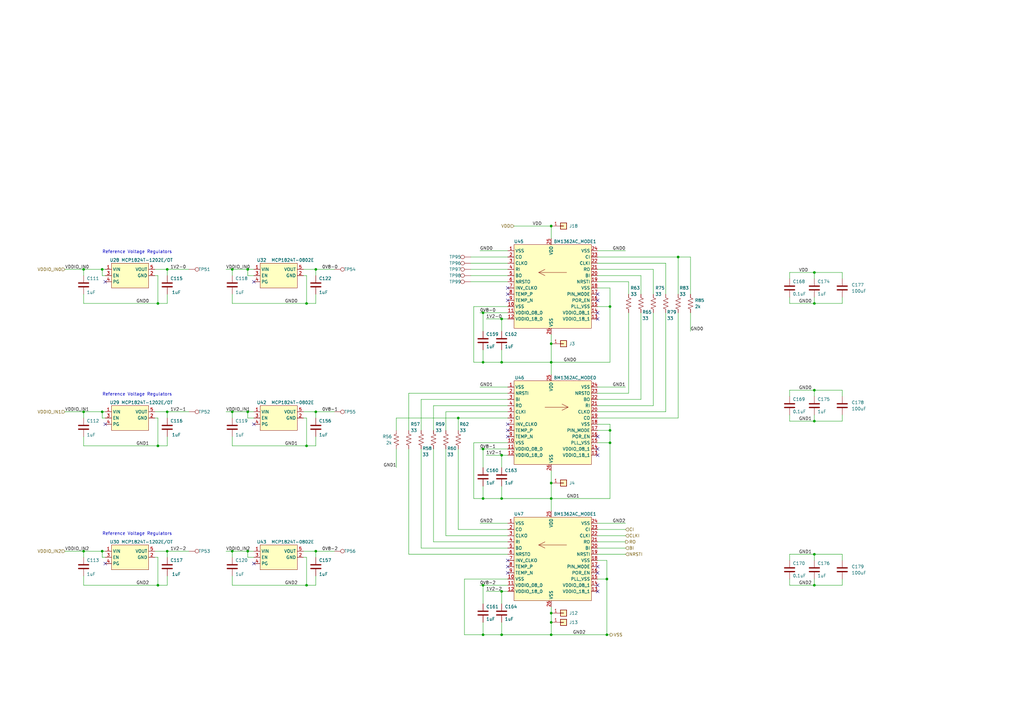
<source format=kicad_sch>
(kicad_sch (version 20231120) (generator "eeschema") (generator_version "8.0")
  (paper "A3")
  (title_block (date "2024-11-25") (rev "2"))
  (lib_symbols
    (symbol "Connector:TestPoint" (pin_numbers hide) (pin_names (offset 0.762) hide)
      (property "Reference" "TP" (at 0 6.858 0))
      (property "Value" "TestPoint" (at 0 5.08 0))
      (symbol "TestPoint_0_1"
        (circle (center 0 3.302) (radius 0.762))
      )
      (symbol "TestPoint_1_1"
        (pin passive line (at 0 0 90) (length 2.54) (name "1") (number "1"))
      )
    )
    (symbol "Connector_Generic:Conn_01x01" (pin_names (offset 1.016) hide)
      (property "Reference" "J" (at 0 2.54 0))
      (property "Value" "Conn_01x01" (at 0 -2.54 0))
      (symbol "Conn_01x01_1_1"
        (rectangle (start -1.27 0.127) (end 0 -0.127) (stroke (width 0.1524)))
        (rectangle (start -1.27 1.27) (end 1.27 -1.27) (stroke (width 0.254)) (fill (type background)))
        (pin passive line (at -5.08 0 0) (length 3.81) (name "Pin_1") (number "1"))
      )
    )
    (symbol "Device:C" (pin_numbers hide) (pin_names (offset 0.254))
      (property "Reference" "C" (at 0.635 2.54 0))
      (property "Value" "C" (at 0.635 -2.54 0))
      (symbol "C_0_1"
        (polyline (pts (xy -2.032 -0.762) (xy 2.032 -0.762)) (stroke (width 0.508)))
        (polyline (pts (xy -2.032 0.762) (xy 2.032 0.762)) (stroke (width 0.508)))
      )
      (symbol "C_1_1"
        (pin passive line (at 0 3.81 270) (length 2.794) (name "~") (number "1"))
        (pin passive line (at 0 -3.81 90) (length 2.794) (name "~") (number "2"))
      )
    )
    (symbol "Device:R_US" (pin_numbers hide) (pin_names (offset 0))
      (property "Reference" "R" (at 2.54 0 90))
      (property "Value" "R_US" (at -2.54 0 90))
      (symbol "R_US_0_1"
        (polyline (pts (xy 0 -2.286) (xy 0 -2.54)))
        (polyline (pts (xy 0 2.286) (xy 0 2.54)))
        (polyline (pts (xy 0 -0.762) (xy 1.016 -1.143) (xy 0 -1.524) (xy -1.016 -1.905) (xy 0 -2.286)))
        (polyline (pts (xy 0 0.762) (xy 1.016 0.381) (xy 0 0) (xy -1.016 -0.381) (xy 0 -0.762)))
        (polyline (pts (xy 0 2.286) (xy 1.016 1.905) (xy 0 1.524) (xy -1.016 1.143) (xy 0 0.762)))
      )
      (symbol "R_US_1_1"
        (pin passive line (at 0 3.81 270) (length 1.27) (name "~") (number "1"))
        (pin passive line (at 0 -3.81 90) (length 1.27) (name "~") (number "2"))
      )
    )
    (symbol "MCP1824_1"
      (property "Reference" "U" (at -7.62 5.08 0))
      (property "Value" "MCP1824_1" (at 5.08 5.08 0))
      (symbol "MCP1824_1_0_1"
        (rectangle (start -7.62 3.81) (end 7.62 -6.35) (stroke (width 0.1524)) (fill (type background)))
      )
      (symbol "MCP1824_1_1_0"
        (pin bidirectional line (at -10.16 1.27 0) (length 2.54) (name "VIN") (number "1"))
        (pin bidirectional line (at 10.16 -1.27 180) (length 2.54) (name "GND") (number "2"))
        (pin bidirectional line (at -10.16 -1.27 0) (length 2.54) (name "EN") (number "3"))
        (pin bidirectional line (at -10.16 -3.81 0) (length 2.54) (name "PG") (number "4"))
        (pin bidirectional line (at 10.16 1.27 180) (length 2.54) (name "VOUT") (number "5"))
      )
    )
    (symbol "bitaxe:MCP1824"
      (property "Reference" "U" (at -7.62 5.08 0))
      (property "Value" "MCP1824" (at 5.08 5.08 0))
      (symbol "MCP1824_0_1"
        (rectangle (start -7.62 3.81) (end 7.62 -6.35) (stroke (width 0.1524)) (fill (type background)))
      )
      (symbol "MCP1824_1_0"
        (pin bidirectional line (at -10.16 1.27 0) (length 2.54) (name "VIN") (number "1"))
        (pin bidirectional line (at 10.16 -1.27 180) (length 2.54) (name "GND") (number "2"))
        (pin bidirectional line (at -10.16 -1.27 0) (length 2.54) (name "EN") (number "3"))
        (pin bidirectional line (at -10.16 -3.81 0) (length 2.54) (name "PG") (number "4"))
        (pin bidirectional line (at 10.16 1.27 180) (length 2.54) (name "VOUT") (number "5"))
      )
    )
    (symbol "emberone:BM1362AC_MODE0"
      (property "Reference" "U" (at -14.732 17.78 0))
      (property "Value" "BM1362AC_MODE0" (at 9.652 17.526 0))
      (symbol "BM1362AC_MODE0_0_1"
        (polyline (pts (xy -5.08 5.08) (xy -2.54 3.81)))
        (polyline (pts (xy -5.08 5.08) (xy -2.54 6.35)))
        (polyline (pts (xy 6.35 5.08) (xy -5.08 5.08)))
      )
      (symbol "BM1362AC_MODE0_1_0"
        (pin unspecified line (at -17.78 -8.89 0) (length 2.54) (name "VSS") (number "10"))
        (pin power_in line (at -17.78 -11.43 0) (length 2.54) (name "VDDIO_08_0") (number "11"))
        (pin power_in line (at -17.78 -13.97 0) (length 2.54) (name "VDDIO_18_0") (number "12"))
        (pin power_in line (at 19.05 -13.97 180) (length 2.54) (name "VDDIO_18_1") (number "13"))
        (pin power_in line (at 19.05 -11.43 180) (length 2.54) (name "VDDIO_08_1") (number "14"))
        (pin bidirectional line (at 19.05 -8.89 180) (length 2.54) (name "PLL_VSS") (number "15"))
        (pin bidirectional line (at 19.05 -6.35 180) (length 2.54) (name "POR_EN") (number "16"))
        (pin unspecified line (at 19.05 -3.81 180) (length 2.54) (name "PIN_MODE") (number "17"))
        (pin unspecified line (at 19.05 -1.27 180) (length 2.54) (name "VSS") (number "18"))
        (pin input line (at 19.05 1.27 180) (length 2.54) (name "NRSTI") (number "19"))
        (pin output line (at -17.78 11.43 0) (length 2.54) (name "CO") (number "2"))
        (pin input line (at 19.05 3.81 180) (length 2.54) (name "BI") (number "20"))
        (pin output line (at 19.05 6.35 180) (length 2.54) (name "RO") (number "21"))
        (pin input line (at 19.05 8.89 180) (length 2.54) (name "CLKI") (number "22"))
        (pin input line (at 19.05 11.43 180) (length 2.54) (name "CI") (number "23"))
        (pin unspecified line (at 19.05 13.97 180) (length 2.54) (name "VSS") (number "24"))
        (pin power_in line (at 0 19.05 270) (length 2.54) (name "VDD") (number "25"))
        (pin unspecified line (at 0 -20.32 90) (length 2.54) (name "VSS") (number "26"))
        (pin output line (at -17.78 8.89 0) (length 2.54) (name "CLKO") (number "3"))
        (pin input line (at -17.78 6.35 0) (length 2.54) (name "RI") (number "4"))
        (pin output line (at -17.78 3.81 0) (length 2.54) (name "BO") (number "5"))
        (pin output line (at -17.78 1.27 0) (length 2.54) (name "NRSTO") (number "6"))
        (pin output line (at -17.78 -1.27 0) (length 2.54) (name "INV_CLKO") (number "7"))
        (pin bidirectional line (at -17.78 -3.81 0) (length 2.54) (name "TEMP_P") (number "8"))
        (pin bidirectional line (at -17.78 -6.35 0) (length 2.54) (name "TEMP_N") (number "9"))
      )
      (symbol "BM1362AC_MODE0_1_1"
        (rectangle (start -15.24 16.51) (end 16.51 -17.78) (fill (type background)))
        (pin unspecified line (at -17.78 13.97 0) (length 2.54) (name "VSS") (number "1"))
      )
    )
    (symbol "emberone:BM1362AC_MODE1"
      (property "Reference" "U" (at -14.732 17.78 0))
      (property "Value" "BM1362AC_MODE1" (at 10.414 17.526 0))
      (symbol "BM1362AC_MODE1_0_1"
        (polyline (pts (xy 6.985 5.715) (xy 4.445 4.445)))
        (polyline (pts (xy -2.54 5.715) (xy 6.985 5.715) (xy 4.445 6.985)))
      )
      (symbol "BM1362AC_MODE1_1_0"
        (pin unspecified line (at -17.78 -8.89 0) (length 2.54) (name "VSS") (number "10"))
        (pin power_in line (at -17.78 -11.43 0) (length 2.54) (name "VDDIO_08_0") (number "11"))
        (pin power_in line (at -17.78 -13.97 0) (length 2.54) (name "VDDIO_18_0") (number "12"))
        (pin power_in line (at 19.05 -13.97 180) (length 2.54) (name "VDDIO_18_1") (number "13"))
        (pin power_in line (at 19.05 -11.43 180) (length 2.54) (name "VDDIO_08_1") (number "14"))
        (pin bidirectional line (at 19.05 -8.89 180) (length 2.54) (name "PLL_VSS") (number "15"))
        (pin bidirectional line (at 19.05 -6.35 180) (length 2.54) (name "POR_EN") (number "16"))
        (pin unspecified line (at 19.05 -3.81 180) (length 2.54) (name "PIN_MODE") (number "17"))
        (pin unspecified line (at 19.05 -1.27 180) (length 2.54) (name "VSS") (number "18"))
        (pin output line (at 19.05 1.27 180) (length 2.54) (name "CO") (number "19"))
        (pin input line (at -17.78 11.43 0) (length 2.54) (name "NRSTI") (number "2"))
        (pin output line (at 19.05 3.81 180) (length 2.54) (name "CLKO") (number "20"))
        (pin input line (at 19.05 6.35 180) (length 2.54) (name "RI") (number "21"))
        (pin output line (at 19.05 8.89 180) (length 2.54) (name "BO") (number "22"))
        (pin output line (at 19.05 11.43 180) (length 2.54) (name "NRSTO") (number "23"))
        (pin unspecified line (at 19.05 13.97 180) (length 2.54) (name "VSS") (number "24"))
        (pin power_in line (at 0 19.05 270) (length 2.54) (name "VDD") (number "25"))
        (pin unspecified line (at 0 -20.32 90) (length 2.54) (name "VSS") (number "26"))
        (pin input line (at -17.78 8.89 0) (length 2.54) (name "BI") (number "3"))
        (pin output line (at -17.78 6.35 0) (length 2.54) (name "RO") (number "4"))
        (pin input line (at -17.78 3.81 0) (length 2.54) (name "CLKI") (number "5"))
        (pin input line (at -17.78 1.27 0) (length 2.54) (name "CI") (number "6"))
        (pin output line (at -17.78 -1.27 0) (length 2.54) (name "INV_CLKO") (number "7"))
        (pin bidirectional line (at -17.78 -3.81 0) (length 2.54) (name "TEMP_P") (number "8"))
        (pin bidirectional line (at -17.78 -6.35 0) (length 2.54) (name "TEMP_N") (number "9"))
      )
      (symbol "BM1362AC_MODE1_1_1"
        (rectangle (start -15.24 16.51) (end 16.51 -17.78) (fill (type background)))
        (pin unspecified line (at -17.78 13.97 0) (length 2.54) (name "VSS") (number "1"))
      )
    )
  )
  (junction (at 34.29 226.06) (diameter 0.9144))
  (junction (at 198.12 240.03))
  (junction (at 198.12 128.27))
  (junction (at 95.25 168.91) (diameter 0.9144))
  (junction (at 205.74 130.81))
  (junction (at 250.19 176.53))
  (junction (at 95.25 226.06) (diameter 0.9144))
  (junction (at 250.19 181.61))
  (junction (at 278.13 105.41))
  (junction (at 248.92 260.35))
  (junction (at 34.29 168.91) (diameter 0.9144))
  (junction (at 64.77 240.03) (diameter 0.9144))
  (junction (at 226.06 204.47))
  (junction (at 41.91 168.91))
  (junction (at 226.06 92.71))
  (junction (at 248.92 237.49))
  (junction (at 205.74 242.57))
  (junction (at 226.06 251.46))
  (junction (at 205.74 204.47))
  (junction (at 205.74 260.35))
  (junction (at 95.25 110.49) (diameter 0.9144))
  (junction (at 334.01 111.76))
  (junction (at 334.01 172.72))
  (junction (at 198.12 260.35))
  (junction (at 125.73 182.88) (diameter 0.9144))
  (junction (at 205.74 186.69))
  (junction (at 226.06 260.35))
  (junction (at 41.91 110.49))
  (junction (at 250.19 125.73))
  (junction (at 198.12 204.47))
  (junction (at 101.6 168.91))
  (junction (at 226.06 255.27))
  (junction (at 226.06 140.97))
  (junction (at 334.01 227.33))
  (junction (at 68.58 168.91) (diameter 0.9144))
  (junction (at 101.6 110.49))
  (junction (at 198.12 184.15))
  (junction (at 101.6 226.06))
  (junction (at 226.06 198.12))
  (junction (at 125.73 240.03) (diameter 0.9144))
  (junction (at 129.54 110.49) (diameter 0.9144))
  (junction (at 187.96 171.45))
  (junction (at 198.12 148.59))
  (junction (at 68.58 110.49) (diameter 0.9144))
  (junction (at 334.01 240.03))
  (junction (at 334.01 124.46))
  (junction (at 129.54 168.91) (diameter 0.9144))
  (junction (at 64.77 182.88) (diameter 0.9144))
  (junction (at 334.01 160.02))
  (junction (at 129.54 226.06) (diameter 0.9144))
  (junction (at 41.91 226.06))
  (junction (at 34.29 110.49) (diameter 0.9144))
  (junction (at 125.73 124.46) (diameter 0.9144))
  (junction (at 205.74 148.59))
  (junction (at 226.06 148.59))
  (junction (at 68.58 226.06) (diameter 0.9144))
  (junction (at 64.77 124.46) (diameter 0.9144))
  (no_connect (at 208.28 123.19))
  (no_connect (at 104.14 231.14))
  (no_connect (at 208.28 234.95))
  (no_connect (at 245.11 234.95))
  (no_connect (at 104.14 173.99))
  (no_connect (at 104.14 115.57))
  (no_connect (at 245.11 242.57))
  (no_connect (at 245.11 130.81))
  (no_connect (at 208.28 229.87))
  (no_connect (at 43.18 173.99))
  (no_connect (at 245.11 186.69))
  (no_connect (at 208.28 232.41))
  (no_connect (at 208.28 173.99))
  (no_connect (at 245.11 240.03))
  (no_connect (at 208.28 120.65))
  (no_connect (at 245.11 123.19))
  (no_connect (at 245.11 232.41))
  (no_connect (at 245.11 128.27))
  (no_connect (at 245.11 179.07))
  (no_connect (at 43.18 115.57))
  (no_connect (at 208.28 176.53))
  (no_connect (at 245.11 120.65))
  (no_connect (at 208.28 179.07))
  (no_connect (at 43.18 231.14))
  (no_connect (at 208.28 118.11))
  (no_connect (at 245.11 184.15))
  (wire (pts (xy 101.6 228.6) (xy 101.6 226.06)))
  (wire (pts (xy 257.81 115.57) (xy 257.81 120.65)))
  (wire (pts (xy 41.91 226.06) (xy 43.18 226.06)))
  (wire (pts (xy 198.12 255.27) (xy 198.12 260.35)))
  (wire (pts (xy 187.96 171.45) (xy 208.28 171.45)))
  (wire (pts (xy 345.44 162.56) (xy 345.44 160.02)))
  (wire (pts (xy 226.06 140.97) (xy 226.06 148.59)))
  (wire (pts (xy 68.58 168.91) (xy 77.47 168.91)))
  (wire (pts (xy 182.88 219.71) (xy 208.28 219.71)))
  (wire (pts (xy 267.97 128.27) (xy 267.97 166.37)))
  (wire (pts (xy 196.85 102.87) (xy 208.28 102.87)))
  (wire (pts (xy 34.29 179.07) (xy 34.29 182.88)))
  (wire (pts (xy 68.58 120.65) (xy 68.58 124.46)))
  (wire (pts (xy 193.04 110.49) (xy 208.28 110.49)))
  (wire (pts (xy 68.58 226.06) (xy 68.58 228.6)))
  (wire (pts (xy 68.58 110.49) (xy 68.58 113.03)))
  (wire (pts (xy 63.5 226.06) (xy 68.58 226.06)))
  (wire (pts (xy 250.19 118.11) (xy 245.11 118.11)))
  (wire (pts (xy 125.73 124.46) (xy 95.25 124.46)))
  (wire (pts (xy 129.54 110.49) (xy 137.16 110.49)))
  (wire (pts (xy 101.6 110.49) (xy 104.14 110.49)))
  (wire (pts (xy 323.85 170.18) (xy 323.85 172.72)))
  (wire (pts (xy 193.04 107.95) (xy 208.28 107.95)))
  (wire (pts (xy 248.92 260.35) (xy 226.06 260.35)))
  (wire (pts (xy 278.13 105.41) (xy 278.13 120.65)))
  (wire (pts (xy 345.44 121.92) (xy 345.44 124.46)))
  (wire (pts (xy 162.56 184.15) (xy 162.56 191.77)))
  (wire (pts (xy 250.19 148.59) (xy 250.19 125.73)))
  (wire (pts (xy 198.12 260.35) (xy 205.74 260.35)))
  (wire (pts (xy 208.28 168.91) (xy 182.88 168.91)))
  (wire (pts (xy 199.39 186.69) (xy 205.74 186.69)))
  (wire (pts (xy 190.5 260.35) (xy 198.12 260.35)))
  (wire (pts (xy 198.12 128.27) (xy 198.12 135.89)))
  (wire (pts (xy 205.74 242.57) (xy 205.74 247.65)))
  (wire (pts (xy 101.6 226.06) (xy 104.14 226.06)))
  (wire (pts (xy 125.73 113.03) (xy 124.46 113.03)))
  (wire (pts (xy 68.58 236.22) (xy 68.58 240.03)))
  (wire (pts (xy 226.06 251.46) (xy 226.06 255.27)))
  (wire (pts (xy 250.19 176.53) (xy 250.19 173.99)))
  (wire (pts (xy 283.21 105.41) (xy 278.13 105.41)))
  (wire (pts (xy 41.91 228.6) (xy 43.18 228.6)))
  (wire (pts (xy 187.96 217.17) (xy 187.96 184.15)))
  (wire (pts (xy 124.46 226.06) (xy 129.54 226.06)))
  (wire (pts (xy 95.25 110.49) (xy 101.6 110.49)))
  (wire (pts (xy 193.04 105.41) (xy 208.28 105.41)))
  (wire (pts (xy 334.01 124.46) (xy 323.85 124.46)))
  (wire (pts (xy 334.01 240.03) (xy 345.44 240.03)))
  (wire (pts (xy 262.89 113.03) (xy 262.89 120.65)))
  (wire (pts (xy 172.72 163.83) (xy 208.28 163.83)))
  (wire (pts (xy 334.01 111.76) (xy 345.44 111.76)))
  (wire (pts (xy 256.54 222.25) (xy 245.11 222.25)))
  (wire (pts (xy 41.91 171.45) (xy 41.91 168.91)))
  (wire (pts (xy 129.54 226.06) (xy 137.16 226.06)))
  (wire (pts (xy 95.25 168.91) (xy 95.25 171.45)))
  (wire (pts (xy 245.11 110.49) (xy 267.97 110.49)))
  (wire (pts (xy 345.44 114.3) (xy 345.44 111.76)))
  (wire (pts (xy 194.31 148.59) (xy 198.12 148.59)))
  (wire (pts (xy 196.85 128.27) (xy 198.12 128.27)))
  (wire (pts (xy 283.21 105.41) (xy 283.21 120.65)))
  (wire (pts (xy 226.06 148.59) (xy 250.19 148.59)))
  (wire (pts (xy 323.85 111.76) (xy 334.01 111.76)))
  (wire (pts (xy 129.54 226.06) (xy 129.54 228.6)))
  (wire (pts (xy 34.29 182.88) (xy 64.77 182.88)))
  (wire (pts (xy 334.01 227.33) (xy 345.44 227.33)))
  (wire (pts (xy 273.05 128.27) (xy 273.05 168.91)))
  (wire (pts (xy 198.12 128.27) (xy 208.28 128.27)))
  (wire (pts (xy 63.5 168.91) (xy 68.58 168.91)))
  (wire (pts (xy 226.06 198.12) (xy 226.06 204.47)))
  (wire (pts (xy 187.96 176.53) (xy 187.96 171.45)))
  (wire (pts (xy 95.25 226.06) (xy 101.6 226.06)))
  (wire (pts (xy 334.01 237.49) (xy 334.01 240.03)))
  (wire (pts (xy 245.11 107.95) (xy 273.05 107.95)))
  (wire (pts (xy 196.85 158.75) (xy 208.28 158.75)))
  (wire (pts (xy 196.85 214.63) (xy 208.28 214.63)))
  (wire (pts (xy 323.85 229.87) (xy 323.85 227.33)))
  (wire (pts (xy 226.06 148.59) (xy 226.06 153.67)))
  (wire (pts (xy 245.11 171.45) (xy 278.13 171.45)))
  (wire (pts (xy 64.77 171.45) (xy 63.5 171.45)))
  (wire (pts (xy 64.77 171.45) (xy 64.77 182.88)))
  (wire (pts (xy 205.74 255.27) (xy 205.74 260.35)))
  (wire (pts (xy 208.28 161.29) (xy 167.64 161.29)))
  (wire (pts (xy 125.73 113.03) (xy 125.73 124.46)))
  (wire (pts (xy 129.54 120.65) (xy 129.54 124.46)))
  (wire (pts (xy 34.29 236.22) (xy 34.29 240.03)))
  (wire (pts (xy 92.71 110.49) (xy 95.25 110.49)))
  (wire (pts (xy 345.44 170.18) (xy 345.44 172.72)))
  (wire (pts (xy 92.71 226.06) (xy 95.25 226.06)))
  (wire (pts (xy 208.28 181.61) (xy 194.31 181.61)))
  (wire (pts (xy 167.64 161.29) (xy 167.64 176.53)))
  (wire (pts (xy 34.29 110.49) (xy 41.91 110.49)))
  (wire (pts (xy 256.54 227.33) (xy 245.11 227.33)))
  (wire (pts (xy 101.6 228.6) (xy 104.14 228.6)))
  (wire (pts (xy 323.85 227.33) (xy 334.01 227.33)))
  (wire (pts (xy 129.54 110.49) (xy 129.54 113.03)))
  (wire (pts (xy 345.44 229.87) (xy 345.44 227.33)))
  (wire (pts (xy 125.73 240.03) (xy 95.25 240.03)))
  (wire (pts (xy 245.11 102.87) (xy 256.54 102.87)))
  (wire (pts (xy 334.01 240.03) (xy 323.85 240.03)))
  (wire (pts (xy 34.29 168.91) (xy 41.91 168.91)))
  (wire (pts (xy 250.19 181.61) (xy 250.19 176.53)))
  (wire (pts (xy 278.13 128.27) (xy 278.13 171.45)))
  (wire (pts (xy 64.77 228.6) (xy 63.5 228.6)))
  (wire (pts (xy 129.54 182.88) (xy 125.73 182.88)))
  (wire (pts (xy 208.28 224.79) (xy 172.72 224.79)))
  (wire (pts (xy 129.54 168.91) (xy 137.16 168.91)))
  (wire (pts (xy 226.06 137.16) (xy 226.06 140.97)))
  (wire (pts (xy 256.54 217.17) (xy 245.11 217.17)))
  (wire (pts (xy 198.12 184.15) (xy 208.28 184.15)))
  (wire (pts (xy 198.12 184.15) (xy 198.12 191.77)))
  (wire (pts (xy 194.31 125.73) (xy 208.28 125.73)))
  (wire (pts (xy 245.11 176.53) (xy 250.19 176.53)))
  (wire (pts (xy 205.74 130.81) (xy 208.28 130.81)))
  (wire (pts (xy 323.85 160.02) (xy 334.01 160.02)))
  (wire (pts (xy 323.85 121.92) (xy 323.85 124.46)))
  (wire (pts (xy 334.01 114.3) (xy 334.01 111.76)))
  (wire (pts (xy 129.54 168.91) (xy 129.54 171.45)))
  (wire (pts (xy 245.11 125.73) (xy 250.19 125.73)))
  (wire (pts (xy 64.77 113.03) (xy 63.5 113.03)))
  (wire (pts (xy 68.58 110.49) (xy 77.47 110.49)))
  (wire (pts (xy 64.77 228.6) (xy 64.77 240.03)))
  (wire (pts (xy 248.92 237.49) (xy 248.92 260.35)))
  (wire (pts (xy 63.5 110.49) (xy 68.58 110.49)))
  (wire (pts (xy 198.12 148.59) (xy 205.74 148.59)))
  (wire (pts (xy 345.44 237.49) (xy 345.44 240.03)))
  (wire (pts (xy 205.74 186.69) (xy 205.74 191.77)))
  (wire (pts (xy 256.54 214.63) (xy 245.11 214.63)))
  (wire (pts (xy 273.05 107.95) (xy 273.05 120.65)))
  (wire (pts (xy 245.11 181.61) (xy 250.19 181.61)))
  (wire (pts (xy 205.74 130.81) (xy 205.74 135.89)))
  (wire (pts (xy 125.73 182.88) (xy 95.25 182.88)))
  (wire (pts (xy 101.6 171.45) (xy 101.6 168.91)))
  (wire (pts (xy 95.25 120.65) (xy 95.25 124.46)))
  (wire (pts (xy 129.54 240.03) (xy 125.73 240.03)))
  (wire (pts (xy 245.11 163.83) (xy 262.89 163.83)))
  (wire (pts (xy 248.92 260.35) (xy 250.19 260.35)))
  (wire (pts (xy 199.39 242.57) (xy 205.74 242.57)))
  (wire (pts (xy 162.56 171.45) (xy 187.96 171.45)))
  (wire (pts (xy 95.25 179.07) (xy 95.25 182.88)))
  (wire (pts (xy 34.29 124.46) (xy 64.77 124.46)))
  (wire (pts (xy 182.88 168.91) (xy 182.88 176.53)))
  (wire (pts (xy 125.73 228.6) (xy 125.73 240.03)))
  (wire (pts (xy 256.54 219.71) (xy 245.11 219.71)))
  (wire (pts (xy 41.91 110.49) (xy 43.18 110.49)))
  (wire (pts (xy 129.54 236.22) (xy 129.54 240.03)))
  (wire (pts (xy 41.91 171.45) (xy 43.18 171.45)))
  (wire (pts (xy 194.31 125.73) (xy 194.31 148.59)))
  (wire (pts (xy 205.74 148.59) (xy 226.06 148.59)))
  (wire (pts (xy 196.85 240.03) (xy 198.12 240.03)))
  (wire (pts (xy 250.19 173.99) (xy 245.11 173.99)))
  (wire (pts (xy 167.64 227.33) (xy 208.28 227.33)))
  (wire (pts (xy 226.06 260.35) (xy 205.74 260.35)))
  (wire (pts (xy 68.58 240.03) (xy 64.77 240.03)))
  (wire (pts (xy 210.82 92.71) (xy 226.06 92.71)))
  (wire (pts (xy 198.12 199.39) (xy 198.12 204.47)))
  (wire (pts (xy 334.01 172.72) (xy 323.85 172.72)))
  (wire (pts (xy 41.91 113.03) (xy 41.91 110.49)))
  (wire (pts (xy 198.12 143.51) (xy 198.12 148.59)))
  (wire (pts (xy 323.85 162.56) (xy 323.85 160.02)))
  (wire (pts (xy 95.25 236.22) (xy 95.25 240.03)))
  (wire (pts (xy 34.29 226.06) (xy 34.29 228.6)))
  (wire (pts (xy 41.91 168.91) (xy 43.18 168.91)))
  (wire (pts (xy 323.85 114.3) (xy 323.85 111.76)))
  (wire (pts (xy 245.11 115.57) (xy 257.81 115.57)))
  (wire (pts (xy 226.06 248.92) (xy 226.06 251.46)))
  (wire (pts (xy 34.29 226.06) (xy 41.91 226.06)))
  (wire (pts (xy 226.06 204.47) (xy 250.19 204.47)))
  (wire (pts (xy 68.58 182.88) (xy 64.77 182.88)))
  (wire (pts (xy 334.01 229.87) (xy 334.01 227.33)))
  (wire (pts (xy 34.29 240.03) (xy 64.77 240.03)))
  (wire (pts (xy 334.01 124.46) (xy 345.44 124.46)))
  (wire (pts (xy 95.25 168.91) (xy 101.6 168.91)))
  (wire (pts (xy 193.04 115.57) (xy 208.28 115.57)))
  (wire (pts (xy 172.72 176.53) (xy 172.72 163.83)))
  (wire (pts (xy 68.58 168.91) (xy 68.58 171.45)))
  (wire (pts (xy 257.81 128.27) (xy 257.81 161.29)))
  (wire (pts (xy 129.54 124.46) (xy 125.73 124.46)))
  (wire (pts (xy 177.8 184.15) (xy 177.8 222.25)))
  (wire (pts (xy 334.01 172.72) (xy 345.44 172.72)))
  (wire (pts (xy 256.54 158.75) (xy 245.11 158.75)))
  (wire (pts (xy 177.8 166.37) (xy 177.8 176.53)))
  (wire (pts (xy 162.56 171.45) (xy 162.56 176.53)))
  (wire (pts (xy 125.73 228.6) (xy 124.46 228.6)))
  (wire (pts (xy 194.31 204.47) (xy 198.12 204.47)))
  (wire (pts (xy 182.88 184.15) (xy 182.88 219.71)))
  (wire (pts (xy 101.6 168.91) (xy 104.14 168.91)))
  (wire (pts (xy 267.97 110.49) (xy 267.97 120.65)))
  (wire (pts (xy 34.29 168.91) (xy 34.29 171.45)))
  (wire (pts (xy 205.74 199.39) (xy 205.74 204.47)))
  (wire (pts (xy 245.11 237.49) (xy 248.92 237.49)))
  (wire (pts (xy 334.01 160.02) (xy 345.44 160.02)))
  (wire (pts (xy 334.01 170.18) (xy 334.01 172.72)))
  (wire (pts (xy 248.92 229.87) (xy 248.92 237.49)))
  (wire (pts (xy 257.81 161.29) (xy 245.11 161.29)))
  (wire (pts (xy 334.01 162.56) (xy 334.01 160.02)))
  (wire (pts (xy 262.89 128.27) (xy 262.89 163.83)))
  (wire (pts (xy 245.11 229.87) (xy 248.92 229.87)))
  (wire (pts (xy 267.97 166.37) (xy 245.11 166.37)))
  (wire (pts (xy 34.29 120.65) (xy 34.29 124.46)))
  (wire (pts (xy 194.31 181.61) (xy 194.31 204.47)))
  (wire (pts (xy 334.01 121.92) (xy 334.01 124.46)))
  (wire (pts (xy 68.58 226.06) (xy 77.47 226.06)))
  (wire (pts (xy 125.73 171.45) (xy 125.73 182.88)))
  (wire (pts (xy 129.54 179.07) (xy 129.54 182.88)))
  (wire (pts (xy 41.91 228.6) (xy 41.91 226.06)))
  (wire (pts (xy 250.19 125.73) (xy 250.19 118.11)))
  (wire (pts (xy 226.06 193.04) (xy 226.06 198.12)))
  (wire (pts (xy 283.21 128.27) (xy 283.21 135.89)))
  (wire (pts (xy 226.06 97.79) (xy 226.06 92.71)))
  (wire (pts (xy 205.74 242.57) (xy 208.28 242.57)))
  (wire (pts (xy 198.12 240.03) (xy 198.12 247.65)))
  (wire (pts (xy 124.46 110.49) (xy 129.54 110.49)))
  (wire (pts (xy 193.04 113.03) (xy 208.28 113.03)))
  (wire (pts (xy 101.6 113.03) (xy 101.6 110.49)))
  (wire (pts (xy 68.58 179.07) (xy 68.58 182.88)))
  (wire (pts (xy 250.19 204.47) (xy 250.19 181.61)))
  (wire (pts (xy 101.6 171.45) (xy 104.14 171.45)))
  (wire (pts (xy 199.39 130.81) (xy 205.74 130.81)))
  (wire (pts (xy 323.85 237.49) (xy 323.85 240.03)))
  (wire (pts (xy 190.5 237.49) (xy 190.5 260.35)))
  (wire (pts (xy 208.28 166.37) (xy 177.8 166.37)))
  (wire (pts (xy 198.12 240.03) (xy 208.28 240.03)))
  (wire (pts (xy 64.77 113.03) (xy 64.77 124.46)))
  (wire (pts (xy 167.64 184.15) (xy 167.64 227.33)))
  (wire (pts (xy 41.91 113.03) (xy 43.18 113.03)))
  (wire (pts (xy 226.06 255.27) (xy 226.06 260.35)))
  (wire (pts (xy 92.71 168.91) (xy 95.25 168.91)))
  (wire (pts (xy 95.25 226.06) (xy 95.25 228.6)))
  (wire (pts (xy 177.8 222.25) (xy 208.28 222.25)))
  (wire (pts (xy 26.67 168.91) (xy 34.29 168.91)))
  (wire (pts (xy 101.6 113.03) (xy 104.14 113.03)))
  (wire (pts (xy 198.12 204.47) (xy 205.74 204.47)))
  (wire (pts (xy 95.25 110.49) (xy 95.25 113.03)))
  (wire (pts (xy 205.74 204.47) (xy 226.06 204.47)))
  (wire (pts (xy 26.67 110.49) (xy 34.29 110.49)))
  (wire (pts (xy 205.74 143.51) (xy 205.74 148.59)))
  (wire (pts (xy 208.28 217.17) (xy 187.96 217.17)))
  (wire (pts (xy 278.13 105.41) (xy 245.11 105.41)))
  (wire (pts (xy 125.73 171.45) (xy 124.46 171.45)))
  (wire (pts (xy 172.72 224.79) (xy 172.72 184.15)))
  (wire (pts (xy 226.06 204.47) (xy 226.06 209.55)))
  (wire (pts (xy 208.28 237.49) (xy 190.5 237.49)))
  (wire (pts (xy 124.46 168.91) (xy 129.54 168.91)))
  (wire (pts (xy 26.67 226.06) (xy 34.29 226.06)))
  (wire (pts (xy 256.54 224.79) (xy 245.11 224.79)))
  (wire (pts (xy 34.29 110.49) (xy 34.29 113.03)))
  (wire (pts (xy 262.89 113.03) (xy 245.11 113.03)))
  (wire (pts (xy 68.58 124.46) (xy 64.77 124.46)))
  (wire (pts (xy 205.74 186.69) (xy 208.28 186.69)))
  (wire (pts (xy 196.85 184.15) (xy 198.12 184.15)))
  (wire (pts (xy 273.05 168.91) (xy 245.11 168.91)))
  (text "Reference Voltage Regulators" (at 41.91 104.14 0) (effects (font (size 1.27 1.27)) (justify left bottom)))
  (text "Reference Voltage Regulators" (at 41.91 219.71 0) (effects (font (size 1.27 1.27)) (justify left bottom)))
  (text "Reference Voltage Regulators" (at 41.91 162.56 0) (effects (font (size 1.27 1.27)) (justify left bottom)))
  (label "1V2-1" (at 199.39 186.69 0))
  (label "GND0" (at 327.66 160.02 0))
  (label "0V8-1" (at 132.08 168.91 0))
  (label "GND1" (at 327.66 172.72 0))
  (label "VDDIO_IN2" (at 26.67 226.06 0))
  (label "1V2-2" (at 69.85 226.06 0))
  (label "VDDIO_IN0" (at 92.71 110.49 0))
  (label "GND0" (at 196.85 102.87 0))
  (label "1V2-2" (at 199.39 242.57 0))
  (label "VDDIO_IN2" (at 92.71 226.06 0))
  (label "VDDIO_IN1" (at 92.71 168.91 0))
  (label "0V8-0" (at 132.08 110.49 0))
  (label "GND0" (at 116.84 124.46 0))
  (label "0V8-0" (at 196.85 128.27 0))
  (label "GND0" (at 55.88 124.46 0))
  (label "VDD" (at 331.47 111.76 180))
  (label "GND2" (at 55.88 240.03 0))
  (label "1V2-0" (at 69.85 110.49 0))
  (label "GND1" (at 232.41 204.47 0))
  (label "GND0" (at 231.14 148.59 0))
  (label "GND1" (at 256.54 158.75 180))
  (label "GND0" (at 327.66 124.46 0))
  (label "GND2" (at 196.85 214.63 0))
  (label "GND1" (at 162.56 191.77 180))
  (label "GND0" (at 283.21 135.89 0))
  (label "0V8-2" (at 132.08 226.06 0))
  (label "0V8-1" (at 196.85 184.15 0))
  (label "GND0" (at 256.54 102.87 180))
  (label "0V8-2" (at 196.85 240.03 0))
  (label "GND1" (at 327.66 227.33 0))
  (label "GND2" (at 116.84 240.03 0))
  (label "GND1" (at 116.84 182.88 0))
  (label "GND1" (at 55.88 182.88 0))
  (label "GND2" (at 234.95 260.35 0))
  (label "VDDIO_IN0" (at 26.67 110.49 0))
  (label "VDD" (at 222.25 92.71 180))
  (label "GND2" (at 256.54 214.63 180))
  (label "VDDIO_IN1" (at 26.67 168.91 0))
  (label "1V2-0" (at 199.39 130.81 0))
  (label "GND2" (at 327.66 240.03 0))
  (label "GND1" (at 196.85 158.75 0))
  (label "1V2-1" (at 69.85 168.91 0))
  (hierarchical_label "VDDIO_IN0" (shape input) (at 26.67 110.49 180))
  (hierarchical_label "CI" (shape input) (at 256.54 217.17 0))
  (hierarchical_label "VDDIO_IN1" (shape input) (at 26.67 168.91 180))
  (hierarchical_label "VDD" (shape input) (at 210.82 92.71 180))
  (hierarchical_label "VDDIO_IN2" (shape input) (at 26.67 226.06 180))
  (hierarchical_label "CLKI" (shape input) (at 256.54 219.71 0))
  (hierarchical_label "NRSTI" (shape input) (at 256.54 227.33 0))
  (hierarchical_label "RO" (shape output) (at 256.54 222.25 0))
  (hierarchical_label "BI" (shape input) (at 256.54 224.79 0))
  (hierarchical_label "VSS" (shape output) (at 250.19 260.35 0))
  (symbol (lib_id "Device:C") (at 68.58 175.26 0) (unit 1)
    (property "Reference" "C116" (at 69.85 173.355 0) (effects (justify left bottom)))
    (property "Value" "1uF" (at 70.485 179.07 0) (effects (justify left bottom)))
    (property "Footprint" "Capacitor_SMD:C_0402_1005Metric" (effects (hide yes)))
    (property "DK" "587-5514-1-ND" (effects (hide yes)))
    (property "PARTNO" "EMK105BJ105MV-F" (effects (hide yes)))
  )
  (symbol (lib_id "Connector:TestPoint") (at 137.16 226.06 270) (mirror x) (unit 1) (in_bom no)
    (property "Reference" "TP56" (at 143.51 226.06 90))
    (property "Value" "TestPoint" (effects (hide yes)))
    (property "Footprint" "TestPoint:TestPoint_Pad_D1.0mm" (effects (hide yes)))
  )
  (symbol (lib_id "Device:C") (at 345.44 233.68 0) (unit 1)
    (property "Reference" "C179" (at 349.25 232.4099 0) (effects (justify left)))
    (property "Value" "100uF" (at 349.25 234.9499 0) (effects (justify left)))
    (property "Footprint" "Capacitor_SMD:C_1206_3216Metric" (effects (hide yes)))
    (property "Description" "Unpolarized capacitor" (effects (hide yes)))
    (property "DK" "1276-1782-1-ND" (effects (hide yes)))
    (property "PARTNO" "CL31A107MQHNNNE" (effects (hide yes)))
  )
  (symbol (lib_id "Connector:TestPoint") (at 137.16 168.91 270) (mirror x) (unit 1) (in_bom no)
    (property "Reference" "TP55" (at 143.51 168.91 90))
    (property "Value" "TestPoint" (effects (hide yes)))
    (property "Footprint" "TestPoint:TestPoint_Pad_D1.0mm" (effects (hide yes)))
  )
  (symbol (lib_id "Device:C") (at 34.29 175.26 0) (unit 1)
    (property "Reference" "C112" (at 35.56 173.355 0) (effects (justify left bottom)))
    (property "Value" "1uF" (at 35.56 179.07 0) (effects (justify left bottom)))
    (property "Footprint" "Capacitor_SMD:C_0402_1005Metric" (effects (hide yes)))
    (property "DK" "587-5514-1-ND" (effects (hide yes)))
    (property "PARTNO" "EMK105BJ105MV-F" (effects (hide yes)))
  )
  (symbol (lib_name "MCP1824_1") (lib_id "bitaxe:MCP1824") (at 114.3 227.33 0) (unit 1)
    (property "Reference" "U43" (at 107.315 222.25 0))
    (property "Value" "MCP1824T-0802E" (at 120.015 222.25 0))
    (property "Footprint" "Package_TO_SOT_SMD:SOT-23-5" (effects (hide yes)))
    (property "Datasheet" "https://ww1.microchip.com/downloads/en/DeviceDoc/22070a.pdf" (effects (hide yes)))
    (property "PARTNO" "MCP1824T-0802E/OT" (effects (hide yes)))
    (property "DK" "MCP1824T-0802E/OTCT-ND" (effects (hide yes)))
  )
  (symbol (lib_name "MCP1824_1") (lib_id "bitaxe:MCP1824") (at 114.3 170.18 0) (unit 1)
    (property "Reference" "U42" (at 107.315 165.1 0))
    (property "Value" "MCP1824T-0802E" (at 120.015 165.1 0))
    (property "Footprint" "Package_TO_SOT_SMD:SOT-23-5" (effects (hide yes)))
    (property "Datasheet" "https://ww1.microchip.com/downloads/en/DeviceDoc/22070a.pdf" (effects (hide yes)))
    (property "PARTNO" "MCP1824T-0802E/OT" (effects (hide yes)))
    (property "DK" "MCP1824T-0802E/OTCT-ND" (effects (hide yes)))
  )
  (symbol (lib_id "Device:R_US") (at 262.89 124.46 0) (unit 1)
    (property "Reference" "R65" (at 263.398 128.016 0) (effects (justify left)))
    (property "Value" "33" (at 263.398 130.556 0) (effects (justify left)))
    (property "Footprint" "Resistor_SMD:R_0402_1005Metric" (effects (hide yes)))
    (property "Description" "Resistor, US symbol" (effects (hide yes)))
    (property "DK" "311-33.0LRCT-ND" (effects (hide yes)))
    (property "PARTNO" "RC0402FR-0733RL" (effects (hide yes)))
  )
  (symbol (lib_id "Device:C") (at 129.54 175.26 0) (unit 1)
    (property "Reference" "C156" (at 130.81 173.355 0) (effects (justify left bottom)))
    (property "Value" "1uF" (at 130.81 179.07 0) (effects (justify left bottom)))
    (property "Footprint" "Capacitor_SMD:C_0402_1005Metric" (effects (hide yes)))
    (property "DK" "587-5514-1-ND" (effects (hide yes)))
    (property "PARTNO" "EMK105BJ105MV-F" (effects (hide yes)))
  )
  (symbol (lib_id "Device:R_US") (at 278.13 124.46 0) (unit 1)
    (property "Reference" "R83" (at 278.638 118.11 0) (effects (justify left)))
    (property "Value" "33" (at 278.638 120.65 0) (effects (justify left)))
    (property "Footprint" "Resistor_SMD:R_0402_1005Metric" (effects (hide yes)))
    (property "Description" "Resistor, US symbol" (effects (hide yes)))
    (property "DK" "311-33.0LRCT-ND" (effects (hide yes)))
    (property "PARTNO" "RC0402FR-0733RL" (effects (hide yes)))
  )
  (symbol (lib_id "Connector:TestPoint") (at 193.04 105.41 90) (mirror x) (unit 1) (in_bom no)
    (property "Reference" "TP95" (at 186.69 105.41 90))
    (property "Value" "TestPoint" (effects (hide yes)))
    (property "Footprint" "TestPoint:TestPoint_Pad_D1.0mm" (effects (hide yes)))
  )
  (symbol (lib_id "Device:R_US") (at 187.96 180.34 0) (unit 1)
    (property "Reference" "R62" (at 188.468 173.99 0) (effects (justify left)))
    (property "Value" "33" (at 188.468 176.53 0) (effects (justify left)))
    (property "Footprint" "Resistor_SMD:R_0402_1005Metric" (effects (hide yes)))
    (property "Description" "Resistor, US symbol" (effects (hide yes)))
    (property "DK" "311-33.0LRCT-ND" (effects (hide yes)))
    (property "PARTNO" "RC0402FR-0733RL" (effects (hide yes)))
  )
  (symbol (lib_id "Device:C") (at 95.25 232.41 0) (unit 1)
    (property "Reference" "C120" (at 96.52 230.505 0) (effects (justify left bottom)))
    (property "Value" "1uF" (at 96.52 236.22 0) (effects (justify left bottom)))
    (property "Footprint" "Capacitor_SMD:C_0402_1005Metric" (effects (hide yes)))
    (property "DK" "587-5514-1-ND" (effects (hide yes)))
    (property "PARTNO" "EMK105BJ105MV-F" (effects (hide yes)))
  )
  (symbol (lib_id "Device:C") (at 95.25 175.26 0) (unit 1)
    (property "Reference" "C119" (at 96.52 173.355 0) (effects (justify left bottom)))
    (property "Value" "1uF" (at 96.52 179.07 0) (effects (justify left bottom)))
    (property "Footprint" "Capacitor_SMD:C_0402_1005Metric" (effects (hide yes)))
    (property "DK" "587-5514-1-ND" (effects (hide yes)))
    (property "PARTNO" "EMK105BJ105MV-F" (effects (hide yes)))
  )
  (symbol (lib_id "Connector_Generic:Conn_01x01") (at 231.14 198.12 0) (unit 1)
    (property "Reference" "J4" (at 233.426 198.12 0) (effects (justify left)))
    (property "Value" "Conn_01x01" (effects (hide yes)))
    (property "Footprint" "emberone:5x9_powertab" (effects (hide yes)))
    (property "Description" "powertab" (effects (hide yes)))
  )
  (symbol (lib_id "emberone:BM1362AC_MODE0") (at 226.06 116.84 0) (unit 1)
    (property "Reference" "U45" (at 210.82 99.06 0) (effects (justify left)))
    (property "Value" "BM1362AC_MODE1" (at 227.076 99.06 0) (effects (justify left)))
    (property "Footprint" "emberone:BM1362AC" (effects (hide yes)))
  )
  (symbol (lib_id "bitaxe:MCP1824") (at 53.34 111.76 0) (unit 1)
    (property "Reference" "U28" (at 46.99 106.68 0))
    (property "Value" "MCP1824T-1202E/OT" (at 60.325 106.68 0))
    (property "Footprint" "Package_TO_SOT_SMD:SOT-23-5" (effects (hide yes)))
    (property "Datasheet" "https://ww1.microchip.com/downloads/en/DeviceDoc/22070a.pdf" (effects (hide yes)))
    (property "PARTNO" "MCP1824T-1202E/OT" (effects (hide yes)))
    (property "DK" "MCP1824T-1202E/OTCT-ND" (effects (hide yes)))
  )
  (symbol (lib_id "bitaxe:MCP1824") (at 53.34 227.33 0) (unit 1)
    (property "Reference" "U30" (at 46.99 222.25 0))
    (property "Value" "MCP1824T-1202E/OT" (at 60.325 222.25 0))
    (property "Footprint" "Package_TO_SOT_SMD:SOT-23-5" (effects (hide yes)))
    (property "Datasheet" "https://ww1.microchip.com/downloads/en/DeviceDoc/22070a.pdf" (effects (hide yes)))
    (property "PARTNO" "MCP1824T-1202E/OT" (effects (hide yes)))
    (property "DK" "MCP1824T-1202E/OTCT-ND" (effects (hide yes)))
  )
  (symbol (lib_id "Device:C") (at 323.85 118.11 0) (unit 1)
    (property "Reference" "C168" (at 325.12 116.205 0) (effects (justify left bottom)))
    (property "Value" "0.1uF" (at 325.12 121.285 0) (effects (justify left bottom)))
    (property "Footprint" "Capacitor_SMD:C_0402_1005Metric" (effects (hide yes)))
    (property "DK" "1276-1234-1-ND" (effects (hide yes)))
    (property "PARTNO" "CL05A104KO5NNNC" (effects (hide yes)))
  )
  (symbol (lib_id "Connector:TestPoint") (at 193.04 110.49 90) (mirror x) (unit 1) (in_bom no)
    (property "Reference" "TP97" (at 186.69 110.49 90))
    (property "Value" "TestPoint" (effects (hide yes)))
    (property "Footprint" "TestPoint:TestPoint_Pad_D1.0mm" (effects (hide yes)))
  )
  (symbol (lib_id "Connector:TestPoint") (at 193.04 113.03 90) (mirror x) (unit 1) (in_bom no)
    (property "Reference" "TP98" (at 186.69 113.03 90))
    (property "Value" "TestPoint" (effects (hide yes)))
    (property "Footprint" "TestPoint:TestPoint_Pad_D1.0mm" (effects (hide yes)))
  )
  (symbol (lib_id "Device:C") (at 68.58 116.84 0) (unit 1)
    (property "Reference" "C115" (at 69.85 114.935 0) (effects (justify left bottom)))
    (property "Value" "1uF" (at 70.485 120.65 0) (effects (justify left bottom)))
    (property "Footprint" "Capacitor_SMD:C_0402_1005Metric" (effects (hide yes)))
    (property "DK" "587-5514-1-ND" (effects (hide yes)))
    (property "PARTNO" "EMK105BJ105MV-F" (effects (hide yes)))
  )
  (symbol (lib_id "Device:R_US") (at 283.21 124.46 0) (unit 1)
    (property "Reference" "R85" (at 284.988 123.19 0) (effects (justify left)))
    (property "Value" "2k" (at 284.988 125.73 0) (effects (justify left)))
    (property "Footprint" "Resistor_SMD:R_0402_1005Metric" (effects (hide yes)))
    (property "Description" "Resistor, US symbol" (effects (hide yes)))
    (property "DK" "311-2KLRCT-ND" (effects (hide yes)))
    (property "PARTNO" "RC0402FR-072KL" (effects (hide yes)))
  )
  (symbol (lib_id "Device:C") (at 34.29 116.84 0) (unit 1)
    (property "Reference" "C111" (at 35.56 114.935 0) (effects (justify left bottom)))
    (property "Value" "1uF" (at 35.56 120.65 0) (effects (justify left bottom)))
    (property "Footprint" "Capacitor_SMD:C_0402_1005Metric" (effects (hide yes)))
    (property "DK" "587-5514-1-ND" (effects (hide yes)))
    (property "PARTNO" "EMK105BJ105MV-F" (effects (hide yes)))
  )
  (symbol (lib_id "Device:C") (at 334.01 166.37 0) (unit 1)
    (property "Reference" "C175" (at 335.28 164.465 0) (effects (justify left bottom)))
    (property "Value" "1uF" (at 335.28 169.545 0) (effects (justify left bottom)))
    (property "Footprint" "Capacitor_SMD:C_0402_1005Metric" (effects (hide yes)))
    (property "DK" "587-5514-1-ND" (effects (hide yes)))
    (property "PARTNO" "EMK105BJ105MV-F" (effects (hide yes)))
  )
  (symbol (lib_id "Device:C") (at 129.54 116.84 0) (unit 1)
    (property "Reference" "C122" (at 130.81 114.935 0) (effects (justify left bottom)))
    (property "Value" "1uF" (at 130.81 120.65 0) (effects (justify left bottom)))
    (property "Footprint" "Capacitor_SMD:C_0402_1005Metric" (effects (hide yes)))
    (property "DK" "587-5514-1-ND" (effects (hide yes)))
    (property "PARTNO" "EMK105BJ105MV-F" (effects (hide yes)))
  )
  (symbol (lib_id "Device:C") (at 205.74 251.46 0) (unit 1)
    (property "Reference" "C164" (at 207.01 249.555 0) (effects (justify left bottom)))
    (property "Value" "1uF" (at 207.01 254.635 0) (effects (justify left bottom)))
    (property "Footprint" "Capacitor_SMD:C_0402_1005Metric" (effects (hide yes)))
    (property "DK" "587-5514-1-ND" (effects (hide yes)))
    (property "PARTNO" "EMK105BJ105MV-F" (effects (hide yes)))
  )
  (symbol (lib_id "Connector:TestPoint") (at 77.47 168.91 270) (mirror x) (unit 1) (in_bom no)
    (property "Reference" "TP52" (at 83.82 168.91 90))
    (property "Value" "TestPoint" (effects (hide yes)))
    (property "Footprint" "TestPoint:TestPoint_Pad_D1.0mm" (effects (hide yes)))
  )
  (symbol (lib_id "Connector:TestPoint") (at 193.04 107.95 90) (mirror x) (unit 1) (in_bom no)
    (property "Reference" "TP96" (at 186.69 107.95 90))
    (property "Value" "TestPoint" (effects (hide yes)))
    (property "Footprint" "TestPoint:TestPoint_Pad_D1.0mm" (effects (hide yes)))
  )
  (symbol (lib_id "Device:C") (at 345.44 166.37 0) (unit 1)
    (property "Reference" "C178" (at 349.25 165.0999 0) (effects (justify left)))
    (property "Value" "100uF" (at 349.25 167.6399 0) (effects (justify left)))
    (property "Footprint" "Capacitor_SMD:C_1206_3216Metric" (effects (hide yes)))
    (property "Description" "Unpolarized capacitor" (effects (hide yes)))
    (property "DK" "1276-1782-1-ND" (effects (hide yes)))
    (property "PARTNO" "CL31A107MQHNNNE" (effects (hide yes)))
  )
  (symbol (lib_id "Device:C") (at 198.12 139.7 0) (unit 1)
    (property "Reference" "C159" (at 199.39 137.795 0) (effects (justify left bottom)))
    (property "Value" "1uF" (at 199.39 142.875 0) (effects (justify left bottom)))
    (property "Footprint" "Capacitor_SMD:C_0402_1005Metric" (effects (hide yes)))
    (property "DK" "587-5514-1-ND" (effects (hide yes)))
    (property "PARTNO" "EMK105BJ105MV-F" (effects (hide yes)))
  )
  (symbol (lib_id "Connector_Generic:Conn_01x01") (at 231.14 255.27 0) (unit 1)
    (property "Reference" "J13" (at 233.426 255.27 0) (effects (justify left)))
    (property "Value" "Conn_01x01" (effects (hide yes)))
    (property "Footprint" "emberone:14x9_powertab_R" (effects (hide yes)))
    (property "Description" "powertab" (effects (hide yes)))
  )
  (symbol (lib_id "Device:C") (at 95.25 116.84 0) (unit 1)
    (property "Reference" "C118" (at 96.52 114.935 0) (effects (justify left bottom)))
    (property "Value" "1uF" (at 96.52 120.65 0) (effects (justify left bottom)))
    (property "Footprint" "Capacitor_SMD:C_0402_1005Metric" (effects (hide yes)))
    (property "DK" "587-5514-1-ND" (effects (hide yes)))
    (property "PARTNO" "EMK105BJ105MV-F" (effects (hide yes)))
  )
  (symbol (lib_id "Connector_Generic:Conn_01x01") (at 231.14 140.97 0) (unit 1)
    (property "Reference" "J3" (at 233.426 140.97 0) (effects (justify left)))
    (property "Value" "Conn_01x01" (effects (hide yes)))
    (property "Footprint" "emberone:5x9_powertab" (effects (hide yes)))
    (property "Description" "powertab" (effects (hide yes)))
  )
  (symbol (lib_id "emberone:BM1362AC_MODE1") (at 226.06 172.72 0) (unit 1)
    (property "Reference" "U46" (at 211.074 154.94 0) (effects (justify left)))
    (property "Value" "BM1362AC_MODE0" (at 227.076 154.94 0) (effects (justify left)))
    (property "Footprint" "emberone:BM1362AC" (effects (hide yes)))
  )
  (symbol (lib_id "Device:C") (at 345.44 118.11 0) (unit 1)
    (property "Reference" "C177" (at 349.25 116.8399 0) (effects (justify left)))
    (property "Value" "100uF" (at 349.25 119.3799 0) (effects (justify left)))
    (property "Footprint" "Capacitor_SMD:C_1206_3216Metric" (effects (hide yes)))
    (property "Description" "Unpolarized capacitor" (effects (hide yes)))
    (property "DK" "1276-1782-1-ND" (effects (hide yes)))
    (property "PARTNO" "CL31A107MQHNNNE" (effects (hide yes)))
  )
  (symbol (lib_id "emberone:BM1362AC_MODE0") (at 226.06 228.6 0) (unit 1)
    (property "Reference" "U47" (at 210.82 210.82 0) (effects (justify left)))
    (property "Value" "BM1362AC_MODE1" (at 227.076 210.82 0) (effects (justify left)))
    (property "Footprint" "emberone:BM1362AC" (effects (hide yes)))
  )
  (symbol (lib_id "Device:C") (at 68.58 232.41 0) (unit 1)
    (property "Reference" "C117" (at 69.85 230.505 0) (effects (justify left bottom)))
    (property "Value" "1uF" (at 70.485 236.22 0) (effects (justify left bottom)))
    (property "Footprint" "Capacitor_SMD:C_0402_1005Metric" (effects (hide yes)))
    (property "DK" "587-5514-1-ND" (effects (hide yes)))
    (property "PARTNO" "EMK105BJ105MV-F" (effects (hide yes)))
  )
  (symbol (lib_id "Device:C") (at 198.12 251.46 0) (unit 1)
    (property "Reference" "C161" (at 199.39 249.555 0) (effects (justify left bottom)))
    (property "Value" "1uF" (at 199.39 254.635 0) (effects (justify left bottom)))
    (property "Footprint" "Capacitor_SMD:C_0402_1005Metric" (effects (hide yes)))
    (property "DK" "587-5514-1-ND" (effects (hide yes)))
    (property "PARTNO" "EMK105BJ105MV-F" (effects (hide yes)))
  )
  (symbol (lib_id "Device:R_US") (at 167.64 180.34 0) (unit 1)
    (property "Reference" "R57" (at 168.402 173.99 0) (effects (justify left)))
    (property "Value" "33" (at 168.402 176.53 0) (effects (justify left)))
    (property "Footprint" "Resistor_SMD:R_0402_1005Metric" (effects (hide yes)))
    (property "Description" "Resistor, US symbol" (effects (hide yes)))
    (property "DK" "311-33.0LRCT-ND" (effects (hide yes)))
    (property "PARTNO" "RC0402FR-0733RL" (effects (hide yes)))
  )
  (symbol (lib_id "Device:R_US") (at 162.56 180.34 0) (mirror y) (unit 1)
    (property "Reference" "R56" (at 160.782 179.07 0) (effects (justify left)))
    (property "Value" "2k" (at 160.782 181.61 0) (effects (justify left)))
    (property "Footprint" "Resistor_SMD:R_0402_1005Metric" (effects (hide yes)))
    (property "Description" "Resistor, US symbol" (effects (hide yes)))
    (property "DK" "311-2KLRCT-ND" (effects (hide yes)))
    (property "PARTNO" "RC0402FR-072KL" (effects (hide yes)))
  )
  (symbol (lib_id "Device:R_US") (at 182.88 180.34 0) (unit 1)
    (property "Reference" "R60" (at 183.388 183.896 0) (effects (justify left)))
    (property "Value" "33" (at 183.388 186.436 0) (effects (justify left)))
    (property "Footprint" "Resistor_SMD:R_0402_1005Metric" (effects (hide yes)))
    (property "Description" "Resistor, US symbol" (effects (hide yes)))
    (property "DK" "311-33.0LRCT-ND" (effects (hide yes)))
    (property "PARTNO" "RC0402FR-0733RL" (effects (hide yes)))
  )
  (symbol (lib_id "Device:C") (at 129.54 232.41 0) (unit 1)
    (property "Reference" "C157" (at 130.81 230.505 0) (effects (justify left bottom)))
    (property "Value" "1uF" (at 130.81 236.22 0) (effects (justify left bottom)))
    (property "Footprint" "Capacitor_SMD:C_0402_1005Metric" (effects (hide yes)))
    (property "DK" "587-5514-1-ND" (effects (hide yes)))
    (property "PARTNO" "EMK105BJ105MV-F" (effects (hide yes)))
  )
  (symbol (lib_id "bitaxe:MCP1824") (at 53.34 170.18 0) (unit 1)
    (property "Reference" "U29" (at 46.99 165.1 0))
    (property "Value" "MCP1824T-1202E/OT" (at 60.325 165.1 0))
    (property "Footprint" "Package_TO_SOT_SMD:SOT-23-5" (effects (hide yes)))
    (property "Datasheet" "https://ww1.microchip.com/downloads/en/DeviceDoc/22070a.pdf" (effects (hide yes)))
    (property "PARTNO" "MCP1824T-1202E/OT" (effects (hide yes)))
    (property "DK" "MCP1824T-1202E/OTCT-ND" (effects (hide yes)))
  )
  (symbol (lib_id "Device:C") (at 205.74 195.58 0) (unit 1)
    (property "Reference" "C163" (at 207.01 193.675 0) (effects (justify left bottom)))
    (property "Value" "1uF" (at 207.01 198.755 0) (effects (justify left bottom)))
    (property "Footprint" "Capacitor_SMD:C_0402_1005Metric" (effects (hide yes)))
    (property "DK" "587-5514-1-ND" (effects (hide yes)))
    (property "PARTNO" "EMK105BJ105MV-F" (effects (hide yes)))
  )
  (symbol (lib_id "Connector:TestPoint") (at 77.47 110.49 270) (mirror x) (unit 1) (in_bom no)
    (property "Reference" "TP51" (at 83.82 110.49 90))
    (property "Value" "TestPoint" (effects (hide yes)))
    (property "Footprint" "TestPoint:TestPoint_Pad_D1.0mm" (effects (hide yes)))
  )
  (symbol (lib_id "Device:C") (at 323.85 233.68 0) (unit 1)
    (property "Reference" "C170" (at 325.12 231.775 0) (effects (justify left bottom)))
    (property "Value" "0.1uF" (at 325.12 236.855 0) (effects (justify left bottom)))
    (property "Footprint" "Capacitor_SMD:C_0402_1005Metric" (effects (hide yes)))
    (property "DK" "1276-1234-1-ND" (effects (hide yes)))
    (property "PARTNO" "CL05A104KO5NNNC" (effects (hide yes)))
  )
  (symbol (lib_id "Device:C") (at 334.01 233.68 0) (unit 1)
    (property "Reference" "C176" (at 335.28 231.775 0) (effects (justify left bottom)))
    (property "Value" "1uF" (at 335.28 236.855 0) (effects (justify left bottom)))
    (property "Footprint" "Capacitor_SMD:C_0402_1005Metric" (effects (hide yes)))
    (property "DK" "587-5514-1-ND" (effects (hide yes)))
    (property "PARTNO" "EMK105BJ105MV-F" (effects (hide yes)))
  )
  (symbol (lib_id "Connector:TestPoint") (at 193.04 115.57 90) (mirror x) (unit 1) (in_bom no)
    (property "Reference" "TP99" (at 186.69 115.57 90))
    (property "Value" "TestPoint" (effects (hide yes)))
    (property "Footprint" "TestPoint:TestPoint_Pad_D1.0mm" (effects (hide yes)))
  )
  (symbol (lib_id "Device:R_US") (at 257.81 124.46 0) (unit 1)
    (property "Reference" "R63" (at 258.572 118.11 0) (effects (justify left)))
    (property "Value" "33" (at 258.572 120.65 0) (effects (justify left)))
    (property "Footprint" "Resistor_SMD:R_0402_1005Metric" (effects (hide yes)))
    (property "Description" "Resistor, US symbol" (effects (hide yes)))
    (property "DK" "311-33.0LRCT-ND" (effects (hide yes)))
    (property "PARTNO" "RC0402FR-0733RL" (effects (hide yes)))
  )
  (symbol (lib_id "Connector:TestPoint") (at 137.16 110.49 270) (mirror x) (unit 1) (in_bom no)
    (property "Reference" "TP54" (at 143.51 110.49 90))
    (property "Value" "TestPoint" (effects (hide yes)))
    (property "Footprint" "TestPoint:TestPoint_Pad_D1.0mm" (effects (hide yes)))
  )
  (symbol (lib_id "Connector:TestPoint") (at 77.47 226.06 270) (mirror x) (unit 1) (in_bom no)
    (property "Reference" "TP53" (at 83.82 226.06 90))
    (property "Value" "TestPoint" (effects (hide yes)))
    (property "Footprint" "TestPoint:TestPoint_Pad_D1.0mm" (effects (hide yes)))
  )
  (symbol (lib_id "Device:C") (at 198.12 195.58 0) (unit 1)
    (property "Reference" "C160" (at 199.39 193.675 0) (effects (justify left bottom)))
    (property "Value" "1uF" (at 199.39 198.755 0) (effects (justify left bottom)))
    (property "Footprint" "Capacitor_SMD:C_0402_1005Metric" (effects (hide yes)))
    (property "DK" "587-5514-1-ND" (effects (hide yes)))
    (property "PARTNO" "EMK105BJ105MV-F" (effects (hide yes)))
  )
  (symbol (lib_id "Device:R_US") (at 172.72 180.34 0) (unit 1)
    (property "Reference" "R58" (at 173.228 183.896 0) (effects (justify left)))
    (property "Value" "33" (at 173.228 186.436 0) (effects (justify left)))
    (property "Footprint" "Resistor_SMD:R_0402_1005Metric" (effects (hide yes)))
    (property "Description" "Resistor, US symbol" (effects (hide yes)))
    (property "DK" "311-33.0LRCT-ND" (effects (hide yes)))
    (property "PARTNO" "RC0402FR-0733RL" (effects (hide yes)))
  )
  (symbol (lib_id "Device:C") (at 334.01 118.11 0) (unit 1)
    (property "Reference" "C174" (at 335.28 116.205 0) (effects (justify left bottom)))
    (property "Value" "1uF" (at 335.28 121.285 0) (effects (justify left bottom)))
    (property "Footprint" "Capacitor_SMD:C_0402_1005Metric" (effects (hide yes)))
    (property "DK" "587-5514-1-ND" (effects (hide yes)))
    (property "PARTNO" "EMK105BJ105MV-F" (effects (hide yes)))
  )
  (symbol (lib_id "Device:R_US") (at 273.05 124.46 0) (unit 1)
    (property "Reference" "R79" (at 273.558 128.016 0) (effects (justify left)))
    (property "Value" "33" (at 273.558 130.556 0) (effects (justify left)))
    (property "Footprint" "Resistor_SMD:R_0402_1005Metric" (effects (hide yes)))
    (property "Description" "Resistor, US symbol" (effects (hide yes)))
    (property "DK" "311-33.0LRCT-ND" (effects (hide yes)))
    (property "PARTNO" "RC0402FR-0733RL" (effects (hide yes)))
  )
  (symbol (lib_id "Connector_Generic:Conn_01x01") (at 231.14 251.46 0) (unit 1)
    (property "Reference" "J12" (at 233.426 251.46 0) (effects (justify left)))
    (property "Value" "Conn_01x01" (effects (hide yes)))
    (property "Footprint" "emberone:14x9_powertab_L" (effects (hide yes)))
    (property "Description" "powertab" (effects (hide yes)))
  )
  (symbol (lib_id "Connector_Generic:Conn_01x01") (at 231.14 92.71 0) (unit 1)
    (property "Reference" "J18" (at 233.426 92.71 0) (effects (justify left)))
    (property "Value" "Conn_01x01" (effects (hide yes)))
    (property "Footprint" "emberone:14x9_powertab_L" (effects (hide yes)))
    (property "Description" "powertab" (effects (hide yes)))
  )
  (symbol (lib_id "Device:R_US") (at 177.8 180.34 0) (unit 1)
    (property "Reference" "R59" (at 178.562 173.99 0) (effects (justify left)))
    (property "Value" "33" (at 178.562 176.53 0) (effects (justify left)))
    (property "Footprint" "Resistor_SMD:R_0402_1005Metric" (effects (hide yes)))
    (property "Description" "Resistor, US symbol" (effects (hide yes)))
    (property "DK" "311-33.0LRCT-ND" (effects (hide yes)))
    (property "PARTNO" "RC0402FR-0733RL" (effects (hide yes)))
  )
  (symbol (lib_name "MCP1824_1") (lib_id "bitaxe:MCP1824") (at 114.3 111.76 0) (unit 1)
    (property "Reference" "U32" (at 107.315 106.68 0))
    (property "Value" "MCP1824T-0802E" (at 120.015 106.68 0))
    (property "Footprint" "Package_TO_SOT_SMD:SOT-23-5" (effects (hide yes)))
    (property "Datasheet" "https://ww1.microchip.com/downloads/en/DeviceDoc/22070a.pdf" (effects (hide yes)))
    (property "PARTNO" "MCP1824T-0802E/OT" (effects (hide yes)))
    (property "DK" "MCP1824T-0802E/OTCT-ND" (effects (hide yes)))
  )
  (symbol (lib_id "Device:C") (at 34.29 232.41 0) (unit 1)
    (property "Reference" "C113" (at 35.56 230.505 0) (effects (justify left bottom)))
    (property "Value" "1uF" (at 35.56 236.22 0) (effects (justify left bottom)))
    (property "Footprint" "Capacitor_SMD:C_0402_1005Metric" (effects (hide yes)))
    (property "DK" "587-5514-1-ND" (effects (hide yes)))
    (property "PARTNO" "EMK105BJ105MV-F" (effects (hide yes)))
  )
  (symbol (lib_id "Device:C") (at 205.74 139.7 0) (unit 1)
    (property "Reference" "C162" (at 207.01 137.795 0) (effects (justify left bottom)))
    (property "Value" "1uF" (at 207.01 142.875 0) (effects (justify left bottom)))
    (property "Footprint" "Capacitor_SMD:C_0402_1005Metric" (effects (hide yes)))
    (property "DK" "587-5514-1-ND" (effects (hide yes)))
    (property "PARTNO" "EMK105BJ105MV-F" (effects (hide yes)))
  )
  (symbol (lib_id "Device:R_US") (at 267.97 124.46 0) (unit 1)
    (property "Reference" "R75" (at 268.732 118.11 0) (effects (justify left)))
    (property "Value" "33" (at 268.732 120.65 0) (effects (justify left)))
    (property "Footprint" "Resistor_SMD:R_0402_1005Metric" (effects (hide yes)))
    (property "Description" "Resistor, US symbol" (effects (hide yes)))
    (property "DK" "311-33.0LRCT-ND" (effects (hide yes)))
    (property "PARTNO" "RC0402FR-0733RL" (effects (hide yes)))
  )
  (symbol (lib_id "Device:C") (at 323.85 166.37 0) (unit 1)
    (property "Reference" "C169" (at 325.12 164.465 0) (effects (justify left bottom)))
    (property "Value" "0.1uF" (at 325.12 169.545 0) (effects (justify left bottom)))
    (property "Footprint" "Capacitor_SMD:C_0402_1005Metric" (effects (hide yes)))
    (property "DK" "1276-1234-1-ND" (effects (hide yes)))
    (property "PARTNO" "CL05A104KO5NNNC" (effects (hide yes)))
  )
)
</source>
